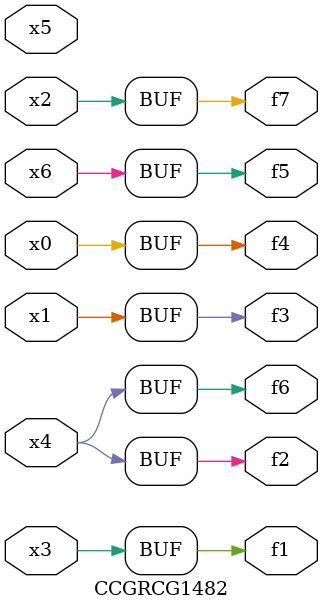
<source format=v>
module CCGRCG1482(
	input x0, x1, x2, x3, x4, x5, x6,
	output f1, f2, f3, f4, f5, f6, f7
);
	assign f1 = x3;
	assign f2 = x4;
	assign f3 = x1;
	assign f4 = x0;
	assign f5 = x6;
	assign f6 = x4;
	assign f7 = x2;
endmodule

</source>
